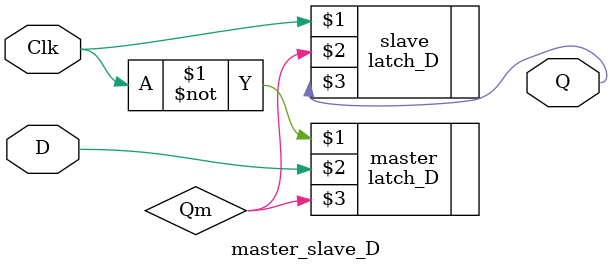
<source format=v>
module master_slave_D(
	input Clk,D,
	output Q);
	
	wire Qm /*synthesis keep*/;
	
	
	latch_D master(~Clk,D,Qm);
	
	
	latch_D slave(Clk,Qm,Q);
	
endmodule

</source>
